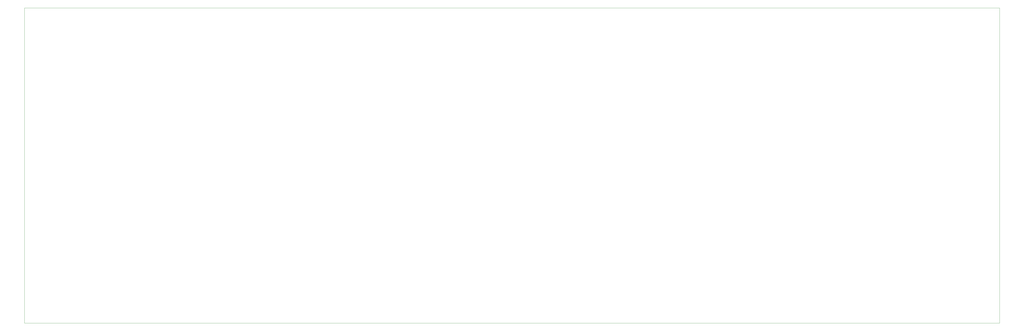
<source format=gbr>
%TF.GenerationSoftware,KiCad,Pcbnew,6.0.6*%
%TF.CreationDate,2022-08-18T10:54:51-04:00*%
%TF.ProjectId,Workeeb,576f726b-6565-4622-9e6b-696361645f70,rev?*%
%TF.SameCoordinates,Original*%
%TF.FileFunction,Profile,NP*%
%FSLAX46Y46*%
G04 Gerber Fmt 4.6, Leading zero omitted, Abs format (unit mm)*
G04 Created by KiCad (PCBNEW 6.0.6) date 2022-08-18 10:54:51*
%MOMM*%
%LPD*%
G01*
G04 APERTURE LIST*
%TA.AperFunction,Profile*%
%ADD10C,0.050000*%
%TD*%
G04 APERTURE END LIST*
D10*
X429514000Y-153924000D02*
X429514000Y-22606000D01*
X429514000Y-22606000D02*
X52578000Y-22606000D01*
X52578000Y-22606000D02*
X24130000Y-22606000D01*
X24130000Y-153924000D02*
X429514000Y-153924000D01*
X24130000Y-22606000D02*
X24130000Y-153924000D01*
M02*

</source>
